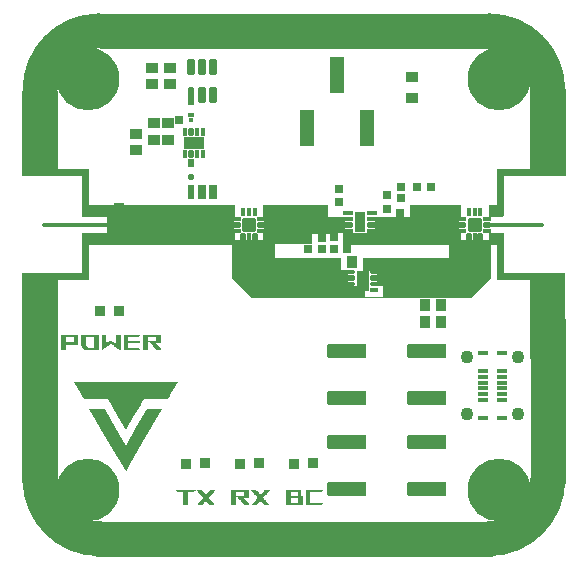
<source format=gts>
G04 Layer: TopSolderMaskLayer*
G04 EasyEDA Pro v2.2.27.1, 2024-09-01 06:15:27*
G04 Gerber Generator version 0.3*
G04 Scale: 100 percent, Rotated: No, Reflected: No*
G04 Dimensions in millimeters*
G04 Leading zeros omitted, absolute positions, 3 integers and 5 decimals*
%FSLAX35Y35*%
%MOMM*%
%AMRoundRect*1,1,$1,$2,$3*1,1,$1,$4,$5*1,1,$1,0-$2,0-$3*1,1,$1,0-$4,0-$5*20,1,$1,$2,$3,$4,$5,0*20,1,$1,$4,$5,0-$2,0-$3,0*20,1,$1,0-$2,0-$3,0-$4,0-$5,0*20,1,$1,0-$4,0-$5,$2,$3,0*4,1,4,$2,$3,$4,$5,0-$2,0-$3,0-$4,0-$5,$2,$3,0*%
%ADD10C,0.3*%
%ADD11C,3.0*%
%ADD12C,0.3424*%
%ADD13C,1.4*%
%ADD14RoundRect,0.09336X0.50432X1.50432X0.50432X-1.50432*%
%ADD15C,5.302*%
%ADD16RoundRect,0.09302X-1.60429X0.50429X1.60429X0.50429*%
%ADD17RoundRect,0.09131X-0.45514X-0.40514X-0.45514X0.40514*%
%ADD18RoundRect,0.0996X0.43712X0.40835X0.43712X-0.40835*%
%ADD19RoundRect,0.09138X0.43712X0.40835X0.43712X-0.40835*%
%ADD20RoundRect,0.09137X0.43712X0.40811X0.43712X-0.40811*%
%ADD21RoundRect,0.09164X-0.40518X-0.40518X-0.40518X0.40518*%
%ADD22RoundRect,0.0882X-0.28191X0.6069X0.28191X0.6069*%
%ADD23RoundRect,0.08295X-0.18053X0.60953X0.18053X0.60953*%
%ADD24RoundRect,0.08906X0.30647X-0.55647X-0.30647X-0.55647*%
%ADD25RoundRect,0.08295X0.18053X-0.55953X-0.18053X-0.55953*%
%ADD26RoundRect,0.08906X0.30647X-0.35647X-0.30647X-0.35647*%
%ADD27RoundRect,0.09302X0.50429X-0.50429X-0.50429X-0.50429*%
%ADD28RoundRect,0.08109X0.26426X-0.16026X-0.26426X-0.16026*%
%ADD29RoundRect,0.08267X0.26347X-0.18047X-0.26347X-0.18047*%
%ADD30RoundRect,0.08267X0.18047X-0.26347X-0.18047X-0.26347*%
%ADD31RoundRect,0.08109X0.16026X-0.26426X-0.16026X-0.26426*%
%ADD32RoundRect,0.08109X0.34526X-0.16026X-0.34526X-0.16026*%
%ADD33RoundRect,0.08267X0.34447X-0.18047X-0.34447X-0.18047*%
%ADD34RoundRect,0.09131X-0.40514X0.80514X0.40514X0.80514*%
%ADD35R,0.85X0.3*%
%ADD36C,1.1*%
%ADD37RoundRect,0.08267X0.18047X0.4127X0.18047X-0.4127*%
%ADD38RoundRect,0.08267X0.18047X0.41247X0.18047X-0.41247*%
%ADD39RoundRect,0.08109X-0.16026X0.18126X0.16026X0.18126*%
%ADD40RoundRect,0.08267X-0.30947X0.18047X0.30947X0.18047*%
%ADD41RoundRect,0.08875X0.30643X0.30643X0.30643X-0.30643*%
%ADD42RoundRect,0.08109X0.16026X0.16026X0.16026X-0.16026*%
%ADD43RoundRect,0.08875X-0.30643X-0.30643X-0.30643X0.30643*%
%ADD44RoundRect,0.08875X0.30643X-0.30643X-0.30643X-0.30643*%
%ADD45RoundRect,0.08109X-0.18126X-0.16026X-0.18126X0.16026*%
%ADD46RoundRect,0.08692X-0.25734X-0.25734X-0.25734X0.25734*%
%ADD47RoundRect,0.09131X0.40515X0.40514X0.40515X-0.40514*%
%ADD48RoundRect,0.08267X0.20947X0.18047X0.20947X-0.18047*%
%ADD49RoundRect,0.08267X-0.18047X-0.18047X-0.18047X0.18047*%
%ADD50RoundRect,0.08267X-0.18047X-0.30947X-0.18047X0.30947*%
%ADD51RoundRect,0.08875X-0.30643X0.30643X0.30643X0.30643*%
%ADD52RoundRect,0.08109X-0.16026X0.16026X0.16026X0.16026*%
%ADD53RoundRect,0.076X-0.1628X-0.1128X-0.1628X0.1128*%
%ADD54RoundRect,0.07778X-0.13612X-0.27161X-0.13612X0.27161*%
%ADD55RoundRect,0.08155X-0.18023X-0.26973X-0.18023X0.26973*%
%ADD56RoundRect,0.09091X-0.80454X-0.45454X-0.80454X0.45454*%
%ADD57RoundRect,0.08109X-0.16026X-0.16026X-0.16026X0.16026*%
%ADD58RoundRect,0.09131X0.40514X-0.45514X-0.40514X-0.45514*%
%ADD59RoundRect,0.08449X0.40856X-0.20856X-0.40856X-0.20856*%
%ADD60RoundRect,0.07143X-0.27479X0.08929X0.27479X0.08929*%
%ADD61RoundRect,0.08155X-0.26973X0.18023X0.26973X0.18023*%
%ADD62RoundRect,0.07778X-0.27161X0.13612X0.27161X0.13612*%
%ADD63RoundRect,0.09091X-0.45454X0.80454X0.45454X0.80454*%
G75*


G04 Image Start*
G36*
G01X-3835053Y-1330412D02*
G01X-3835053Y-1330824D01*
G01X-3809340Y-1375281D01*
G01X-3783626Y-1419739D01*
G01X-3767494Y-1447711D01*
G01X-3751362Y-1475683D01*
G01X-3650089Y-1475683D01*
G01X-3548816Y-1475683D01*
G01X-3472221Y-1608350D01*
G01X-3395626Y-1741017D01*
G01X-3395339Y-1741007D01*
G01X-3395053Y-1740997D01*
G01X-3332273Y-1632202D01*
G01X-3269492Y-1523407D01*
G01X-3255781Y-1499567D01*
G01X-3242069Y-1475727D01*
G01X-3140274Y-1475591D01*
G01X-3038480Y-1475455D01*
G01X-3023198Y-1448967D01*
G01X-3007916Y-1422479D01*
G01X-2981484Y-1376714D01*
G01X-2955053Y-1330948D01*
G01X-2955053Y-1330474D01*
G01X-2955053Y-1330001D01*
G01X-3395053Y-1330001D01*
G01X-3835053Y-1330001D01*
G01X-3835053Y-1330412D01*
G37*
G36*
G01X-3702162Y-1560397D02*
G01X-3702162Y-1560627D01*
G01X-3549366Y-1825389D01*
G01X-3396569Y-2090152D01*
G01X-3395796Y-2091395D01*
G01X-3395023Y-2092637D01*
G01X-3358530Y-2029514D01*
G01X-3322036Y-1966391D01*
G01X-3288270Y-1907935D01*
G01X-3254503Y-1849480D01*
G01X-3171633Y-1705852D01*
G01X-3088764Y-1562225D01*
G01X-3088115Y-1561197D01*
G01X-3087465Y-1560170D01*
G01X-3151794Y-1560170D01*
G01X-3216122Y-1560170D01*
G01X-3305290Y-1715785D01*
G01X-3394458Y-1871400D01*
G01X-3394797Y-1871762D01*
G01X-3395136Y-1872123D01*
G01X-3484424Y-1716260D01*
G01X-3573712Y-1560398D01*
G01X-3637937Y-1560282D01*
G01X-3702162Y-1560167D01*
G01X-3702162Y-1560397D01*
G37*
G04 Image End*

G04 Text Start*
G36*
G01X-3092860Y-1060790D02*
G01X-3108996Y-1061131D01*
G01X-3132178Y-1060677D01*
G01X-3134905Y-1059313D01*
G01X-3138087Y-1056131D01*
G01X-3140814Y-1052495D01*
G01X-3143087Y-1050222D01*
G01X-3147633Y-1044768D01*
G01X-3150814Y-1041586D01*
G01X-3153542Y-1037949D01*
G01X-3155814Y-1035677D01*
G01X-3160360Y-1030222D01*
G01X-3163542Y-1027040D01*
G01X-3166269Y-1023404D01*
G01X-3168542Y-1021131D01*
G01X-3173996Y-1014767D01*
G01X-3177178Y-1011585D01*
G01X-3179905Y-1007949D01*
G01X-3182178Y-1005676D01*
G01X-3186724Y-1000222D01*
G01X-3189905Y-997040D01*
G01X-3192633Y-993404D01*
G01X-3194905Y-991131D01*
G01X-3200360Y-984767D01*
G01X-3202633Y-982495D01*
G01X-3195019Y-981472D01*
G01X-3170360Y-981131D01*
G01X-3137178Y-981131D01*
G01X-3137178Y-950222D01*
G01X-3208996Y-950222D01*
G01X-3208996Y-1061131D01*
G01X-3248996Y-1061131D01*
G01X-3248996Y-931131D01*
G01X-3098087Y-931131D01*
G01X-3098087Y-1000222D01*
G01X-3117178Y-1000222D01*
G01X-3137633Y-1000676D01*
G01X-3138315Y-1001472D01*
G01X-3137633Y-1002949D01*
G01X-3135360Y-1006131D01*
G01X-3133087Y-1008404D01*
G01X-3127633Y-1014767D01*
G01X-3124451Y-1017949D01*
G01X-3121723Y-1021586D01*
G01X-3119451Y-1023858D01*
G01X-3114905Y-1029313D01*
G01X-3111724Y-1032495D01*
G01X-3108996Y-1036131D01*
G01X-3106724Y-1038404D01*
G01X-3102178Y-1043858D01*
G01X-3098996Y-1047040D01*
G01X-3096269Y-1050677D01*
G01X-3093996Y-1052949D01*
G01X-3090360Y-1057495D01*
G01X-3088087Y-1059768D01*
G01X-3092860Y-1060790D01*
G37*
G36*
G01X-3902633Y-1061131D02*
G01X-3941723Y-1061131D01*
G01X-3941723Y-972949D01*
G01X-3902633Y-972949D01*
G01X-3902178Y-996131D01*
G01X-3868996Y-996586D01*
G01X-3836269Y-996586D01*
G01X-3836269Y-950222D01*
G01X-3902633Y-950222D01*
G01X-3902633Y-972949D01*
G01X-3902633Y-972949D01*
G01X-3941723Y-972949D01*
G01X-3941723Y-931131D01*
G01X-3797178Y-931131D01*
G01X-3797178Y-1015676D01*
G01X-3902633Y-1015676D01*
G01X-3902633Y-1061131D01*
G37*
G36*
G01X-3271269Y-1056586D02*
G01X-3268996Y-1059313D01*
G01X-3268087Y-1061131D01*
G01X-3413542Y-1061131D01*
G01X-3413542Y-931131D01*
G01X-3266269Y-931131D01*
G01X-3268087Y-932949D01*
G01X-3270814Y-936131D01*
G01X-3273087Y-938404D01*
G01X-3281269Y-947949D01*
G01X-3282632Y-950222D01*
G01X-3373542Y-950222D01*
G01X-3373542Y-986586D01*
G01X-3275360Y-986586D01*
G01X-3275360Y-1005676D01*
G01X-3373542Y-1005676D01*
G01X-3373542Y-1042040D01*
G01X-3330360Y-1042040D01*
G01X-3284905Y-1042495D01*
G01X-3282974Y-1043290D01*
G01X-3279451Y-1047495D01*
G01X-3276269Y-1050677D01*
G01X-3273542Y-1054313D01*
G01X-3271269Y-1056586D01*
G37*
G36*
G01X-3624451Y-1061131D02*
G01X-3683087Y-1061131D01*
G01X-3742633Y-1060222D01*
G01X-3745360Y-1057040D01*
G01X-3748087Y-1053404D01*
G01X-3752633Y-1048858D01*
G01X-3756269Y-1044313D01*
G01X-3758542Y-1042040D01*
G01X-3763087Y-1036586D01*
G01X-3766269Y-1033404D01*
G01X-3768996Y-1029767D01*
G01X-3771269Y-1027495D01*
G01X-3772292Y-1014881D01*
G01X-3772633Y-978858D01*
G01X-3772633Y-950222D01*
G01X-3733542Y-950222D01*
G01X-3733542Y-982495D01*
G01X-3733087Y-1016131D01*
G01X-3731723Y-1019313D01*
G01X-3729451Y-1022040D01*
G01X-3726269Y-1025222D01*
G01X-3723541Y-1028858D01*
G01X-3718996Y-1033404D01*
G01X-3715360Y-1037949D01*
G01X-3713087Y-1040222D01*
G01X-3713087Y-1040222D01*
G01X-3711269Y-1041586D01*
G01X-3687178Y-1042040D01*
G01X-3663542Y-1042040D01*
G01X-3663542Y-950222D01*
G01X-3733542Y-950222D01*
G01X-3772633Y-950222D01*
G01X-3772633Y-931131D01*
G01X-3624451Y-931131D01*
G01X-3624451Y-1061131D01*
G37*
G36*
G01X-3438087Y-996131D02*
G01X-3438314Y-1044768D01*
G01X-3438996Y-1060677D01*
G01X-3442178Y-1058858D01*
G01X-3450360Y-1053404D01*
G01X-3457633Y-1048858D01*
G01X-3465814Y-1043404D01*
G01X-3470360Y-1040677D01*
G01X-3482633Y-1032495D01*
G01X-3489905Y-1027949D01*
G01X-3498087Y-1022495D01*
G01X-3505360Y-1017949D01*
G01X-3513542Y-1012495D01*
G01X-3517178Y-1010222D01*
G01X-3520360Y-1010222D01*
G01X-3523996Y-1012495D01*
G01X-3528087Y-1015222D01*
G01X-3535360Y-1019767D01*
G01X-3543542Y-1025222D01*
G01X-3550814Y-1029767D01*
G01X-3563087Y-1037949D01*
G01X-3570360Y-1042495D01*
G01X-3578541Y-1047949D01*
G01X-3583087Y-1050677D01*
G01X-3595360Y-1058858D01*
G01X-3598542Y-1060677D01*
G01X-3599564Y-1044768D01*
G01X-3599905Y-996131D01*
G01X-3599905Y-931131D01*
G01X-3560814Y-931131D01*
G01X-3560814Y-966586D01*
G01X-3560360Y-1003404D01*
G01X-3559564Y-1004086D01*
G01X-3558087Y-1003404D01*
G01X-3553996Y-1000676D01*
G01X-3549451Y-997949D01*
G01X-3545360Y-995222D01*
G01X-3530814Y-986131D01*
G01X-3526723Y-983404D01*
G01X-3523087Y-981131D01*
G01X-3518087Y-981131D01*
G01X-3512633Y-982949D01*
G01X-3501724Y-989767D01*
G01X-3497633Y-992495D01*
G01X-3490360Y-997040D01*
G01X-3485814Y-999767D01*
G01X-3481724Y-1002495D01*
G01X-3478542Y-1004313D01*
G01X-3477519Y-995449D01*
G01X-3477178Y-967949D01*
G01X-3477178Y-931131D01*
G01X-3438087Y-931131D01*
G01X-3438087Y-996131D01*
G37*
G36*
G01X-2906003Y-2320681D02*
G01X-2906003Y-2376135D01*
G01X-2866003Y-2376135D01*
G01X-2866003Y-2265226D01*
G01X-2841912Y-2265226D01*
G01X-2823617Y-2264885D01*
G01X-2816912Y-2263863D01*
G01X-2813276Y-2259317D01*
G01X-2811003Y-2257045D01*
G01X-2806458Y-2251590D01*
G01X-2803730Y-2248408D01*
G01X-2802367Y-2246135D01*
G01X-2969639Y-2246135D01*
G01X-2969185Y-2247954D01*
G01X-2967367Y-2250681D01*
G01X-2965094Y-2252954D01*
G01X-2962367Y-2256590D01*
G01X-2959185Y-2259772D01*
G01X-2957367Y-2262044D01*
G01X-2955094Y-2264317D01*
G01X-2929640Y-2265226D01*
G01X-2906003Y-2265226D01*
G01X-2906003Y-2320681D01*
G37*
G36*
G01X-2794640Y-2375681D02*
G01X-2789980Y-2376703D01*
G01X-2773276Y-2377044D01*
G01X-2756003Y-2376703D01*
G01X-2749639Y-2375681D01*
G01X-2747367Y-2373408D01*
G01X-2741912Y-2367044D01*
G01X-2739639Y-2364772D01*
G01X-2736003Y-2360226D01*
G01X-2731458Y-2355681D01*
G01X-2728730Y-2352044D01*
G01X-2725549Y-2348862D01*
G01X-2721003Y-2343408D01*
G01X-2718730Y-2341135D01*
G01X-2716003Y-2339317D01*
G01X-2714299Y-2339544D01*
G01X-2712821Y-2341135D01*
G01X-2710094Y-2344317D01*
G01X-2707821Y-2346590D01*
G01X-2705094Y-2350226D01*
G01X-2701912Y-2353408D01*
G01X-2696458Y-2359772D01*
G01X-2694185Y-2362044D01*
G01X-2690549Y-2366590D01*
G01X-2688276Y-2368862D01*
G01X-2682821Y-2375226D01*
G01X-2680094Y-2376590D01*
G01X-2657367Y-2377044D01*
G01X-2636003Y-2377044D01*
G01X-2637367Y-2374772D01*
G01X-2640094Y-2371590D01*
G01X-2644640Y-2367044D01*
G01X-2648276Y-2362499D01*
G01X-2650549Y-2360226D01*
G01X-2654185Y-2355681D01*
G01X-2658731Y-2351135D01*
G01X-2662367Y-2346590D01*
G01X-2666912Y-2342044D01*
G01X-2669640Y-2338408D01*
G01X-2672821Y-2335226D01*
G01X-2678276Y-2328862D01*
G01X-2682821Y-2324317D01*
G01X-2686458Y-2319772D01*
G01X-2688730Y-2317499D01*
G01X-2690549Y-2315226D01*
G01X-2691912Y-2312499D01*
G01X-2691912Y-2310908D01*
G01X-2691003Y-2309772D01*
G01X-2688730Y-2307499D01*
G01X-2685094Y-2302953D01*
G01X-2682821Y-2300681D01*
G01X-2677367Y-2294317D01*
G01X-2675094Y-2292044D01*
G01X-2672367Y-2288408D01*
G01X-2669185Y-2285226D01*
G01X-2663731Y-2278863D01*
G01X-2661458Y-2276590D01*
G01X-2658731Y-2272954D01*
G01X-2655549Y-2269772D01*
G01X-2650094Y-2263408D01*
G01X-2647821Y-2261135D01*
G01X-2645094Y-2257499D01*
G01X-2641912Y-2254317D01*
G01X-2635776Y-2247158D01*
G01X-2636458Y-2246590D01*
G01X-2659185Y-2246135D01*
G01X-2675435Y-2246476D01*
G01X-2681458Y-2247499D01*
G01X-2683730Y-2249772D01*
G01X-2687367Y-2254317D01*
G01X-2689640Y-2256590D01*
G01X-2693276Y-2261135D01*
G01X-2695549Y-2263408D01*
G01X-2701003Y-2269772D01*
G01X-2703276Y-2272044D01*
G01X-2706912Y-2276590D01*
G01X-2709185Y-2278863D01*
G01X-2711912Y-2282044D01*
G01X-2715094Y-2285226D01*
G01X-2716571Y-2285567D01*
G01X-2717367Y-2284772D01*
G01X-2719185Y-2282499D01*
G01X-2721458Y-2280226D01*
G01X-2725094Y-2275681D01*
G01X-2729639Y-2271135D01*
G01X-2732367Y-2267499D01*
G01X-2735549Y-2264317D01*
G01X-2740094Y-2258863D01*
G01X-2742367Y-2256590D01*
G01X-2746003Y-2252045D01*
G01X-2750549Y-2247499D01*
G01X-2756912Y-2246476D01*
G01X-2774185Y-2246135D01*
G01X-2791003Y-2246476D01*
G01X-2796003Y-2247499D01*
G01X-2793731Y-2249772D01*
G01X-2788276Y-2256135D01*
G01X-2786003Y-2258408D01*
G01X-2782367Y-2262954D01*
G01X-2780094Y-2265226D01*
G01X-2774640Y-2271590D01*
G01X-2772367Y-2273863D01*
G01X-2769640Y-2277499D01*
G01X-2766458Y-2280681D01*
G01X-2761912Y-2286135D01*
G01X-2759640Y-2288408D01*
G01X-2756912Y-2292044D01*
G01X-2753730Y-2295226D01*
G01X-2749185Y-2300681D01*
G01X-2746912Y-2302953D01*
G01X-2744185Y-2306590D01*
G01X-2741003Y-2309772D01*
G01X-2739639Y-2312499D01*
G01X-2741003Y-2315226D01*
G01X-2745548Y-2319772D01*
G01X-2749185Y-2324317D01*
G01X-2751458Y-2326590D01*
G01X-2754185Y-2330226D01*
G01X-2757367Y-2333408D01*
G01X-2762821Y-2339772D01*
G01X-2765094Y-2342044D01*
G01X-2768730Y-2346590D01*
G01X-2771003Y-2348862D01*
G01X-2776458Y-2355226D01*
G01X-2778731Y-2357499D01*
G01X-2782367Y-2362044D01*
G01X-2784640Y-2364317D01*
G01X-2790094Y-2370681D01*
G01X-2792367Y-2372953D01*
G01X-2794640Y-2375681D01*
G37*
G36*
G01X-2332794Y-2375681D02*
G01X-2328135Y-2376703D01*
G01X-2311431Y-2377044D01*
G01X-2294158Y-2376703D01*
G01X-2287795Y-2375681D01*
G01X-2285522Y-2373408D01*
G01X-2280067Y-2367044D01*
G01X-2277795Y-2364772D01*
G01X-2274158Y-2360226D01*
G01X-2269613Y-2355681D01*
G01X-2266885Y-2352044D01*
G01X-2263704Y-2348862D01*
G01X-2259158Y-2343408D01*
G01X-2256886Y-2341135D01*
G01X-2254158Y-2339317D01*
G01X-2252453Y-2339544D01*
G01X-2250976Y-2341135D01*
G01X-2248249Y-2344317D01*
G01X-2245976Y-2346590D01*
G01X-2243249Y-2350226D01*
G01X-2240067Y-2353408D01*
G01X-2234613Y-2359772D01*
G01X-2232340Y-2362044D01*
G01X-2228704Y-2366590D01*
G01X-2226431Y-2368862D01*
G01X-2220976Y-2375226D01*
G01X-2218249Y-2376590D01*
G01X-2195522Y-2377044D01*
G01X-2174158Y-2377044D01*
G01X-2175522Y-2374772D01*
G01X-2178249Y-2371590D01*
G01X-2182794Y-2367044D01*
G01X-2186431Y-2362499D01*
G01X-2188704Y-2360226D01*
G01X-2192340Y-2355681D01*
G01X-2196885Y-2351135D01*
G01X-2200522Y-2346590D01*
G01X-2205067Y-2342044D01*
G01X-2207794Y-2338408D01*
G01X-2210976Y-2335226D01*
G01X-2216431Y-2328862D01*
G01X-2220976Y-2324317D01*
G01X-2224613Y-2319772D01*
G01X-2226885Y-2317499D01*
G01X-2228704Y-2315226D01*
G01X-2230067Y-2312499D01*
G01X-2230067Y-2310908D01*
G01X-2229158Y-2309772D01*
G01X-2226885Y-2307499D01*
G01X-2223249Y-2302953D01*
G01X-2220976Y-2300681D01*
G01X-2215522Y-2294317D01*
G01X-2213249Y-2292044D01*
G01X-2210522Y-2288408D01*
G01X-2207340Y-2285226D01*
G01X-2201885Y-2278863D01*
G01X-2199613Y-2276590D01*
G01X-2196885Y-2272954D01*
G01X-2193704Y-2269772D01*
G01X-2188249Y-2263408D01*
G01X-2185976Y-2261135D01*
G01X-2183249Y-2257499D01*
G01X-2180067Y-2254317D01*
G01X-2173931Y-2247158D01*
G01X-2174613Y-2246590D01*
G01X-2197340Y-2246135D01*
G01X-2213590Y-2246476D01*
G01X-2219613Y-2247499D01*
G01X-2221885Y-2249772D01*
G01X-2225522Y-2254317D01*
G01X-2227794Y-2256590D01*
G01X-2231431Y-2261135D01*
G01X-2233704Y-2263408D01*
G01X-2239158Y-2269772D01*
G01X-2241431Y-2272044D01*
G01X-2245067Y-2276590D01*
G01X-2247340Y-2278863D01*
G01X-2250067Y-2282044D01*
G01X-2253249Y-2285226D01*
G01X-2254726Y-2285567D01*
G01X-2255522Y-2284772D01*
G01X-2257340Y-2282499D01*
G01X-2259613Y-2280226D01*
G01X-2263249Y-2275681D01*
G01X-2267795Y-2271135D01*
G01X-2270522Y-2267499D01*
G01X-2273704Y-2264317D01*
G01X-2278249Y-2258863D01*
G01X-2280522Y-2256590D01*
G01X-2284158Y-2252045D01*
G01X-2288704Y-2247499D01*
G01X-2295067Y-2246476D01*
G01X-2312340Y-2246135D01*
G01X-2329158Y-2246476D01*
G01X-2334158Y-2247499D01*
G01X-2331885Y-2249772D01*
G01X-2326431Y-2256135D01*
G01X-2324158Y-2258408D01*
G01X-2320522Y-2262954D01*
G01X-2318249Y-2265226D01*
G01X-2312794Y-2271590D01*
G01X-2310522Y-2273863D01*
G01X-2307794Y-2277499D01*
G01X-2304613Y-2280681D01*
G01X-2300067Y-2286135D01*
G01X-2297794Y-2288408D01*
G01X-2295067Y-2292044D01*
G01X-2291885Y-2295226D01*
G01X-2287340Y-2300681D01*
G01X-2285067Y-2302953D01*
G01X-2282340Y-2306590D01*
G01X-2279158Y-2309772D01*
G01X-2277795Y-2312499D01*
G01X-2279158Y-2315226D01*
G01X-2283704Y-2319772D01*
G01X-2287340Y-2324317D01*
G01X-2289613Y-2326590D01*
G01X-2292340Y-2330226D01*
G01X-2295522Y-2333408D01*
G01X-2300976Y-2339772D01*
G01X-2303249Y-2342044D01*
G01X-2306885Y-2346590D01*
G01X-2309158Y-2348862D01*
G01X-2314613Y-2355226D01*
G01X-2316885Y-2357499D01*
G01X-2320522Y-2362044D01*
G01X-2322794Y-2364317D01*
G01X-2328249Y-2370681D01*
G01X-2330522Y-2372953D01*
G01X-2332794Y-2375681D01*
G37*
G36*
G01X-2502340Y-2311135D02*
G01X-2502340Y-2376135D01*
G01X-2462340Y-2376135D01*
G01X-2462340Y-2265226D01*
G01X-2390522Y-2265226D01*
G01X-2390522Y-2296135D01*
G01X-2423704Y-2296135D01*
G01X-2448363Y-2296476D01*
G01X-2455976Y-2297499D01*
G01X-2453703Y-2299772D01*
G01X-2450067Y-2304317D01*
G01X-2447794Y-2306590D01*
G01X-2445067Y-2310226D01*
G01X-2441885Y-2313408D01*
G01X-2437340Y-2318863D01*
G01X-2435067Y-2321135D01*
G01X-2432340Y-2324772D01*
G01X-2429158Y-2327953D01*
G01X-2424613Y-2333408D01*
G01X-2422340Y-2335681D01*
G01X-2419613Y-2339317D01*
G01X-2416431Y-2342499D01*
G01X-2411885Y-2347953D01*
G01X-2409613Y-2350226D01*
G01X-2406885Y-2353862D01*
G01X-2403704Y-2357044D01*
G01X-2399158Y-2362499D01*
G01X-2396885Y-2364772D01*
G01X-2394158Y-2368408D01*
G01X-2390976Y-2371590D01*
G01X-2388704Y-2374317D01*
G01X-2382113Y-2375681D01*
G01X-2364158Y-2376135D01*
G01X-2346658Y-2375794D01*
G01X-2341431Y-2374772D01*
G01X-2343703Y-2372499D01*
G01X-2349158Y-2366135D01*
G01X-2351431Y-2363862D01*
G01X-2355067Y-2359317D01*
G01X-2357340Y-2357044D01*
G01X-2362794Y-2350681D01*
G01X-2365067Y-2348408D01*
G01X-2367794Y-2344772D01*
G01X-2370976Y-2341590D01*
G01X-2375522Y-2336135D01*
G01X-2377794Y-2333862D01*
G01X-2380522Y-2330226D01*
G01X-2383704Y-2327044D01*
G01X-2388249Y-2321590D01*
G01X-2390522Y-2319317D01*
G01X-2391885Y-2316590D01*
G01X-2387226Y-2315567D01*
G01X-2372340Y-2315226D01*
G01X-2352340Y-2315226D01*
G01X-2352340Y-2246135D01*
G01X-2502340Y-2246135D01*
G01X-2502340Y-2311135D01*
G37*
G36*
G01X-1735548Y-2370681D02*
G01X-1738275Y-2373863D01*
G01X-1739639Y-2376135D01*
G01X-1871457Y-2376135D01*
G01X-1871457Y-2246135D01*
G01X-1797821Y-2246135D01*
G01X-1742821Y-2246476D01*
G01X-1725093Y-2247499D01*
G01X-1727366Y-2249772D01*
G01X-1732821Y-2256135D01*
G01X-1737366Y-2261590D01*
G01X-1739639Y-2263863D01*
G01X-1751571Y-2264885D01*
G01X-1785548Y-2265226D01*
G01X-1830548Y-2265226D01*
G01X-1830548Y-2357044D01*
G01X-1724184Y-2357044D01*
G01X-1725093Y-2358862D01*
G01X-1727366Y-2361590D01*
G01X-1730548Y-2364772D01*
G01X-1733275Y-2368408D01*
G01X-1735548Y-2370681D01*
G37*
G36*
G01X-1906912Y-2296135D02*
G01X-1895093Y-2296135D01*
G01X-1895093Y-2376135D01*
G01X-2038730Y-2376135D01*
G01X-2038730Y-2315226D01*
G01X-1999639Y-2315226D01*
G01X-1999639Y-2335681D01*
G01X-1999184Y-2356590D01*
G01X-1966911Y-2357044D01*
G01X-1966911Y-2357044D01*
G01X-1935093Y-2357044D01*
G01X-1935093Y-2315226D01*
G01X-1999639Y-2315226D01*
G01X-2038730Y-2315226D01*
G01X-2038730Y-2280226D01*
G01X-1999639Y-2280226D01*
G01X-1999184Y-2295681D01*
G01X-1966911Y-2296135D01*
G01X-1935093Y-2296135D01*
G01X-1935093Y-2265226D01*
G01X-1999639Y-2265226D01*
G01X-1999639Y-2280226D01*
G01X-1999639Y-2280226D01*
G01X-2038730Y-2280226D01*
G01X-2038730Y-2246135D01*
G01X-1906912Y-2246135D01*
G01X-1906912Y-2296135D01*
G37*
G04 Text End*

G04 PolygonModel Start*
G54D10*
G01X-2453724Y-297D02*
G01X-2453427Y0D01*
G01X-633786Y-406D02*
G01X-633380Y0D01*
G54D11*
G01X-4120889Y-2159160D02*
G03X-3620889Y-2659160I500000J0D01*
G01X-3620889Y-2659160D02*
G01X-320889Y-2659160D01*
G01X-320889Y-2659160D02*
G03X179111Y-2159160I0J500000D01*
G01X179111Y1140840D02*
G03X-320889Y1640840I-500000J0D01*
G01X-3620889Y1640840D02*
G03X-4120889Y1140840I0J-500000D01*
G01X179111Y-2159160D02*
G01X179111Y-823491D01*
G01X-285831Y1640840D02*
G01X-3585831Y1640840D01*
G54D10*
G01X-2264831Y-452198D02*
G01X-2264531Y-452498D01*
G54D12*
G01X-544886Y-406D02*
G01X-544480Y0D01*
G01X-2453724Y-297D02*
G01X-2453427Y0D01*
G54D13*
G01X-2555124Y-322D02*
G01X-3466546Y-322D01*
G01X-2300548Y-402498D02*
G01X-2300548Y-214604D01*
G01X-491576Y-200681D02*
G01X-491576Y-406660D01*
G01X-1624361Y-406D02*
G01X-2138169Y-406D01*
G01X-661570Y0D02*
G01X-1201879Y0D01*
G54D12*
G01X-3432485Y-322D02*
G01X-4085329Y-322D01*
G01X-338697Y0D02*
G01X129112Y0D01*
G54D13*
G01X-1600228Y-452498D02*
G01X-2322716Y-452498D01*
G36*
G01X-481667Y-429362D02*
G01X-322240Y-385477D01*
G01X-322240Y-475928D01*
G01X-467298Y-620921D01*
G01X-481667Y-620921D01*
G01X-481667Y-429362D01*
G37*
G36*
G01X-322240Y-475928D02*
G01X-300552Y-454240D01*
G01X-300552Y-450498D01*
G01X-321552Y-450498D01*
G01X-322552Y-451498D01*
G01X-322552Y-475928D01*
G01X-322240Y-475928D01*
G37*
G36*
G01X-2310363Y-460014D02*
G01X-2469790Y-416130D01*
G01X-2469790Y-476022D01*
G01X-2324732Y-621014D01*
G01X-2310363Y-621014D01*
G01X-2310363Y-460014D01*
G37*
G36*
G01X-2469790Y-476022D02*
G01X-2491478Y-454334D01*
G01X-2491478Y-450591D01*
G01X-2470478Y-450591D01*
G01X-2469478Y-451591D01*
G01X-2469478Y-476022D01*
G01X-2469790Y-476022D01*
G37*
G36*
G01X-2243517Y-435398D02*
G01X-2243517Y-469353D01*
G01X-2277354Y-469353D01*
G01X-2317354Y-429353D01*
G01X-2317548Y-429353D01*
G01X-2317548Y-384770D01*
G01X-2284132Y-384770D01*
G01X-2283548Y-385354D01*
G01X-2283548Y-435398D01*
G01X-2243517Y-435398D01*
G37*
G36*
G01X-508507Y-395467D02*
G01X-474552Y-395467D01*
G01X-474552Y-429304D01*
G01X-514552Y-469304D01*
G01X-514552Y-469498D01*
G01X-559135Y-469498D01*
G01X-559135Y-436082D01*
G01X-558552Y-435498D01*
G01X-508507Y-435498D01*
G01X-508507Y-395467D01*
G37*
G36*
G01X-1630840Y-620921D02*
G01X-2313347Y-620921D01*
G01X-2313347Y-520489D01*
G01X-2270594Y-520489D01*
G01X-2270594Y-383843D01*
G01X-2148779Y-383843D01*
G01X-2148779Y-286114D01*
G01X-1630840Y-286114D01*
G01X-1630840Y-620921D01*
G37*

G04 Rect Start*
G36*
G01X-4270749Y409788D02*
G01X-4270749Y1135148D01*
G01X-3971029Y1135148D01*
G01X-3971029Y409788D01*
G01X-4270749Y409788D01*
G37*
G36*
G01X-4270749Y-2185864D02*
G01X-4270749Y-411964D01*
G01X-3971029Y-411964D01*
G01X-3971029Y-2185864D01*
G01X-4270749Y-2185864D01*
G37*
G36*
G01X-3560548Y67502D02*
G01X-3560548Y167502D01*
G01X-2470548Y167502D01*
G01X-2470548Y67502D01*
G01X-3560548Y67502D01*
G37*
G36*
G01X-3758238Y-168678D02*
G01X-3758238Y-68688D01*
G01X-2468888Y-68688D01*
G01X-2468888Y-168678D01*
G01X-3758238Y-168678D01*
G37*
G36*
G01X-2234548Y67502D02*
G01X-2234548Y167502D01*
G01X-1680548Y167502D01*
G01X-1680548Y67502D01*
G01X-2234548Y67502D01*
G37*
G36*
G01X-990548Y68502D02*
G01X-990548Y167502D01*
G01X-557108Y167502D01*
G01X-557108Y68502D01*
G01X-990548Y68502D01*
G37*
G36*
G01X-2232438Y-384491D02*
G01X-2232438Y-68218D01*
G01X-2132518Y-68218D01*
G01X-2132518Y-384491D01*
G01X-2232438Y-384491D01*
G37*
G36*
G01X-2190150Y-168218D02*
G01X-2190150Y-68218D01*
G01X-1817226Y-68218D01*
G01X-1817226Y-168218D01*
G01X-2190150Y-168218D01*
G37*
G36*
G01X-559844Y-68650D02*
G01X-559844Y-168650D01*
G01X-1553435Y-168650D01*
G01X-1553435Y-68650D01*
G01X-559844Y-68650D01*
G37*
G36*
G01X-322969Y-452173D02*
G01X-422969Y-452173D01*
G01X-422969Y-337728D01*
G01X-322969Y-337728D01*
G01X-322969Y-452173D01*
G37*
G36*
G01X-658845Y-68650D02*
G01X-559844Y-68650D01*
G01X-559844Y-383468D01*
G01X-658845Y-383468D01*
G01X-658845Y-68650D01*
G37*
G36*
G01X-2564748Y-68688D02*
G01X-2564748Y67502D01*
G01X-2478918Y67502D01*
G01X-2478918Y-68688D01*
G01X-2564748Y-68688D01*
G37*
G36*
G01X-2136323Y68688D02*
G01X-2136323Y-68503D01*
G01X-2222153Y-68503D01*
G01X-2222153Y68688D01*
G01X-2136323Y68688D01*
G37*
G36*
G01X-2281847Y-214213D02*
G01X-2418037Y-214213D01*
G01X-2418037Y-128383D01*
G01X-2281847Y-128383D01*
G01X-2281847Y-214213D01*
G37*
G36*
G01X-2232144Y-333916D02*
G01X-2468334Y-333916D01*
G01X-2468334Y-128086D01*
G01X-2232144Y-128086D01*
G01X-2232144Y-333916D01*
G37*
G36*
G01X-2490548Y-352498D02*
G01X-2490548Y-158658D01*
G01X-2468338Y-158658D01*
G01X-2468338Y-352498D01*
G01X-2490548Y-352498D01*
G37*
G36*
G01X-2366708Y-352498D02*
G01X-2490548Y-352498D01*
G01X-2490548Y-330288D01*
G01X-2366708Y-330288D01*
G01X-2366708Y-352498D01*
G37*
G36*
G01X-656207Y-69094D02*
G01X-656207Y68097D01*
G01X-570378Y68097D01*
G01X-570378Y-69094D01*
G01X-656207Y-69094D01*
G37*
G36*
G01X-322900Y-334213D02*
G01X-560091Y-334213D01*
G01X-560091Y-128383D01*
G01X-322900Y-128383D01*
G01X-322900Y-334213D01*
G37*
G36*
G01X-1621983Y-68688D02*
G01X-1621983Y68503D01*
G01X-1536153Y68503D01*
G01X-1536153Y-68688D01*
G01X-1621983Y-68688D01*
G37*
G36*
G01X-1199341Y68688D02*
G01X-1199341Y-68503D01*
G01X-1285171Y-68503D01*
G01X-1285171Y68688D01*
G01X-1199341Y68688D01*
G37*
G36*
G01X-322917Y-453498D02*
G01X-322917Y-158658D01*
G01X-300707Y-158658D01*
G01X-300707Y-453498D01*
G01X-322917Y-453498D01*
G37*
G36*
G01X-424547Y-330288D02*
G01X-300707Y-330288D01*
G01X-300707Y-352498D01*
G01X-424547Y-352498D01*
G01X-424547Y-330288D01*
G37*
G36*
G01X-2469061Y-337822D02*
G01X-2369061Y-337822D01*
G01X-2369061Y-452266D01*
G01X-2469061Y-452266D01*
G01X-2469061Y-337822D01*
G37*
G36*
G01X-2491323Y-453591D02*
G01X-2491323Y-168751D01*
G01X-2469113Y-168751D01*
G01X-2469113Y-453591D01*
G01X-2491323Y-453591D01*
G37*
G36*
G01X-3557318Y-68688D02*
G01X-3557318Y68502D01*
G01X-3419698Y68502D01*
G01X-3419698Y-68688D01*
G01X-3557318Y-68688D01*
G37*
G36*
G01X-3557089Y168034D02*
G01X-3557089Y68044D01*
G01X-3713438Y68044D01*
G01X-3713438Y168034D01*
G01X-3557089Y168034D01*
G37*
G36*
G01X-3703195Y-69146D02*
G01X-3703195Y-468146D01*
G01X-3762195Y-468146D01*
G01X-3762195Y-69146D01*
G01X-3703195Y-69146D01*
G37*
G36*
G01X-4122195Y-409146D02*
G01X-3703195Y-409146D01*
G01X-3703195Y-468146D01*
G01X-4122195Y-468146D01*
G01X-4122195Y-409146D01*
G37*
G36*
G01X-3762318Y68044D02*
G01X-3762318Y467045D01*
G01X-3703318Y467045D01*
G01X-3703318Y68044D01*
G01X-3762318Y68044D01*
G37*
G36*
G01X-4122318Y467045D02*
G01X-3703318Y467045D01*
G01X-3703318Y408045D01*
G01X-4122318Y408045D01*
G01X-4122318Y467045D01*
G37*
G36*
G01X165978Y408824D02*
G01X-253022Y408824D01*
G01X-253022Y467824D01*
G01X165978Y467824D01*
G01X165978Y408824D01*
G37*
G36*
G01X-253022Y68824D02*
G01X-253022Y467824D01*
G01X-194022Y467824D01*
G01X-194022Y68824D01*
G01X-253022Y68824D01*
G37*
G36*
G01X-193899Y-68366D02*
G01X-193899Y-467366D01*
G01X-252899Y-467366D01*
G01X-252899Y-68366D01*
G01X-193899Y-68366D01*
G37*
G36*
G01X328526Y-414109D02*
G01X328526Y-1134469D01*
G01X28806Y-1134469D01*
G01X28806Y-414109D01*
G01X328526Y-414109D01*
G37*
G36*
G01X329532Y1148542D02*
G01X329532Y414642D01*
G01X29812Y414642D01*
G01X29812Y1148542D01*
G01X329532Y1148542D01*
G37*
G36*
G01X-323248Y-168356D02*
G01X-323248Y-68366D01*
G01X-241399Y-68366D01*
G01X-241399Y-168356D01*
G01X-323248Y-168356D01*
G37*
G36*
G01X-196599Y168356D02*
G01X-196599Y68366D01*
G01X-320948Y68366D01*
G01X-320948Y168356D01*
G01X-196599Y168356D01*
G37*
G36*
G01X-1262834Y-521661D02*
G01X-1262834Y-283471D01*
G01X-472373Y-283471D01*
G01X-472373Y-521661D01*
G01X-1262834Y-521661D01*
G37*
G36*
G01X-1638889Y-621033D02*
G01X-1638889Y-519043D01*
G01X-1371888Y-519043D01*
G01X-1371888Y-621033D01*
G01X-1638889Y-621033D01*
G37*
G36*
G01X-1631997Y-383999D02*
G01X-1631997Y-285999D01*
G01X-1568996Y-285999D01*
G01X-1568996Y-383999D01*
G01X-1631997Y-383999D01*
G37*
G36*
G01X-1382498Y-390853D02*
G01X-1382498Y-283518D01*
G01X-1259844Y-283518D01*
G01X-1259844Y-390853D01*
G01X-1382498Y-390853D01*
G37*
G36*
G01X-1216320Y-621010D02*
G01X-1216320Y-521010D01*
G01X-468865Y-521010D01*
G01X-468865Y-621010D01*
G01X-1216320Y-621010D01*
G37*
G36*
G01X-1594665Y-521166D02*
G01X-1594665Y-383975D01*
G01X-1508835Y-383975D01*
G01X-1508835Y-521166D01*
G01X-1594665Y-521166D01*
G37*
G36*
G01X-1183219Y-383337D02*
G01X-1183219Y-521642D01*
G01X-1265941Y-521642D01*
G01X-1265941Y-383337D01*
G01X-1183219Y-383337D01*
G37*
G36*
G01X-1373440Y-620993D02*
G01X-1373440Y-615570D01*
G01X-1210060Y-615570D01*
G01X-1210060Y-620993D01*
G01X-1373440Y-620993D01*
G37*
G36*
G01X328526Y-467366D02*
G01X-252899Y-467366D01*
G01X-252899Y-408366D01*
G01X328526Y-408366D01*
G01X328526Y-467366D01*
G37*
G04 Rect End*

G04 Pad Start*
G54D14*
G01X-1353108Y814381D03*
G01X-1607108Y1264367D03*
G01X-1861108Y814381D03*
G54D15*
G01X-230889Y-2249160D03*
G01X-3710889Y-2249160D03*
G01X-230889Y1230840D03*
G01X-3710889Y1230840D03*
G54D16*
G01X-842105Y-2242160D03*
G01X-1522114Y-2242160D03*
G01X-842105Y-1842160D03*
G01X-1522114Y-1842160D03*
G01X-842105Y-1467460D03*
G01X-1522114Y-1467460D03*
G01X-842105Y-1067460D03*
G01X-1522114Y-1067460D03*
G54D17*
G01X-3310890Y770843D03*
G01X-3310890Y630838D03*
G01X-3170549Y1327505D03*
G01X-3170549Y1187501D03*
G01X-3023121Y1328268D03*
G01X-3023121Y1188263D03*
G54D19*
G01X-970547Y1068503D03*
G54D20*
G01X-970547Y1250503D03*
G54D21*
G01X-3614492Y-729834D03*
G01X-3454599Y-729148D03*
G01X-2880495Y-2022837D03*
G01X-2720602Y-2022151D03*
G01X-2425495Y-2022837D03*
G01X-2265602Y-2022151D03*
G01X-1970494Y-2022837D03*
G01X-1810601Y-2022151D03*
G54D22*
G01X-2844554Y1333511D03*
G01X-2654562Y1333511D03*
G01X-2654562Y1093506D03*
G01X-2749558Y1093506D03*
G54D23*
G01X-2844554Y1093506D03*
G54D22*
G01X-2749558Y1333511D03*
G54D24*
G01X-2654555Y279712D03*
G01X-2749551Y279712D03*
G54D25*
G01X-2844547Y279712D03*
G54D26*
G01X-2844547Y17900D03*
G01X-2749543Y17900D03*
G01X-2654555Y17900D03*
G54D27*
G01X-2350535Y0D03*
G54D28*
G01X-2247644Y49987D03*
G54D29*
G01X-2247644Y0D03*
G54D28*
G01X-2247644Y-49987D03*
G54D30*
G01X-2300548Y-102892D03*
G54D31*
G01X-2350535Y-102892D03*
G54D30*
G01X-2400523Y-102892D03*
G54D28*
G01X-2453427Y-49987D03*
G54D29*
G01X-2453427Y0D03*
G54D28*
G01X-2453427Y49987D03*
G54D31*
G01X-2400523Y102892D03*
G01X-2350535Y102892D03*
G01X-2300548Y102892D03*
G54D32*
G01X-1310662Y-50013D03*
G54D33*
G01X-1310662Y0D03*
G54D32*
G01X-1310662Y49987D03*
G01X-1310662Y100000D03*
G01X-1510661Y100000D03*
G01X-1510661Y49987D03*
G54D33*
G01X-1510661Y0D03*
G54D32*
G01X-1510661Y-50013D03*
G54D34*
G01X-1410662Y24994D03*
G54D27*
G01X-441588Y0D03*
G54D28*
G01X-338697Y49987D03*
G54D29*
G01X-338697Y0D03*
G54D28*
G01X-338697Y-49987D03*
G54D30*
G01X-391601Y-102892D03*
G54D31*
G01X-441588Y-102892D03*
G54D30*
G01X-491576Y-102892D03*
G54D28*
G01X-544480Y-49987D03*
G54D29*
G01X-544480Y0D03*
G54D28*
G01X-544480Y49987D03*
G54D31*
G01X-491576Y102892D03*
G01X-441588Y102892D03*
G01X-391601Y102892D03*
G54D35*
G01X-374047Y-1637498D03*
G01X-374047Y-1487498D03*
G01X-374047Y-1437498D03*
G01X-374047Y-1387498D03*
G01X-374047Y-1337498D03*
G01X-374047Y-1287499D03*
G01X-374047Y-1237499D03*
G01X-374047Y-1087499D03*
G01X-207047Y-1087499D03*
G01X-207047Y-1237499D03*
G01X-207047Y-1287499D03*
G01X-207047Y-1337498D03*
G01X-207047Y-1387498D03*
G01X-207047Y-1437498D03*
G01X-207047Y-1487498D03*
G01X-207047Y-1637498D03*
G54D36*
G01X-505547Y-1602498D03*
G01X-505547Y-1122499D03*
G01X-75547Y-1122499D03*
G01X-75547Y-1602498D03*
G54D37*
G01X-2400548Y-421498D03*
G54D38*
G01X-2400548Y-239498D03*
G54D37*
G01X-391601Y-421498D03*
G54D38*
G01X-391601Y-239498D03*
G54D39*
G01X-822791Y-406D03*
G01X-713571Y-406D03*
G01X-1010922Y-406D03*
G54D40*
G01X-895922Y-406D03*
G54D41*
G01X-1072009Y101600D03*
G54D42*
G01X-1072009Y0D03*
G54D43*
G01X-1065891Y227538D03*
G01X-1065891Y318978D03*
G01X-1183351Y133374D03*
G01X-1183351Y248374D03*
G54D44*
G01X-810548Y317503D03*
G01X-925547Y317503D03*
G54D42*
G01X-1634748Y519D03*
G54D41*
G01X-1634748Y-108701D03*
G54D39*
G01X-1941265Y-406D03*
G54D40*
G01X-1826265Y-406D03*
G54D45*
G01X-2030889Y840D03*
G54D46*
G01X-2030889Y115840D03*
G54D47*
G01X-3454152Y139658D03*
G54D48*
G01X-3454152Y-322D03*
G54D39*
G01X-3328027Y-322D03*
G54D40*
G01X-3213027Y-322D03*
G54D49*
G01X-2844554Y405989D03*
G54D50*
G01X-2844554Y520989D03*
G54D45*
G01X-2844548Y927459D03*
G54D50*
G01X-2844548Y1042459D03*
G54D51*
G01X-2946148Y887426D03*
G54D52*
G01X-2844548Y887426D03*
G54D43*
G01X-1730877Y-110177D03*
G54D53*
G01X-1730877Y-3497D03*
G54D51*
G01X-1850889Y-205955D03*
G01X-1735889Y-205955D03*
G54D44*
G01X-1518057Y-205955D03*
G01X-1633056Y-205955D03*
G54D41*
G01X-1592429Y302680D03*
G01X-1592429Y187680D03*
G54D45*
G01X-2136323Y-406D03*
G54D46*
G01X-2136323Y114593D03*
G54D54*
G01X-2894561Y594156D03*
G54D55*
G01X-2844548Y594156D03*
G54D54*
G01X-2794561Y594156D03*
G01X-2744548Y594156D03*
G01X-2744548Y784148D03*
G01X-2794561Y784148D03*
G54D55*
G01X-2844548Y784148D03*
G54D54*
G01X-2894561Y784148D03*
G54D56*
G01X-2819554Y689152D03*
G54D39*
G01X-1715228Y-452498D03*
G54D40*
G01X-1600228Y-452498D03*
G54D39*
G01X-808982Y-452198D03*
G54D40*
G01X-693982Y-452198D03*
G54D43*
G01X-875998Y-553799D03*
G54D57*
G01X-875998Y-452199D03*
G54D58*
G01X-1477953Y-312576D03*
G54D59*
G01X-1337948Y-312576D03*
G54D60*
G01X-1483692Y-401993D03*
G54D61*
G01X-1483692Y-452005D03*
G54D60*
G01X-1483692Y-501993D03*
G54D62*
G01X-1483692Y-552005D03*
G01X-1293700Y-552005D03*
G54D60*
G01X-1293700Y-501993D03*
G54D61*
G01X-1293700Y-452005D03*
G54D60*
G01X-1293700Y-401993D03*
G54D63*
G01X-1388696Y-476999D03*
G54D58*
G01X-864536Y-680071D03*
G01X-724531Y-680071D03*
G01X-863774Y-827499D03*
G01X-723769Y-827499D03*
G54D17*
G01X-3152994Y859001D03*
G01X-3152994Y718996D03*
G01X-3035581Y857773D03*
G01X-3035581Y717768D03*
G04 Pad End*

M02*


</source>
